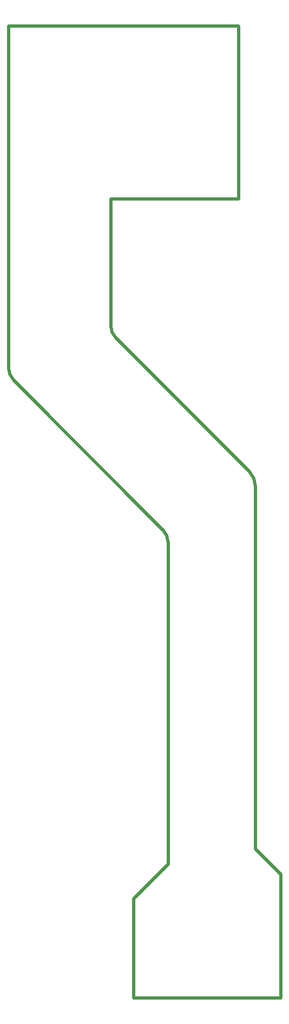
<source format=gko>
G04 Layer_Color=16711935*
%FSAX25Y25*%
%MOIN*%
G70*
G01*
G75*
%ADD39C,0.01969*%
%ADD40C,0.01969*%
D39*
X0851083Y0598169D02*
G03*
X0847547Y0606705I-0012071J0000000D01*
G01*
X0752657Y0706327D02*
G03*
X0756004Y0698248I0011426J0000000D01*
G01*
X0815650Y0732045D02*
G03*
X0818808Y0724420I0010783J0000000D01*
G01*
X0904626Y0633602D02*
G03*
X0901090Y0642138I-0012071J0000000D01*
G01*
X0752657Y0916161D02*
X0894390D01*
Y0809862D02*
Y0916161D01*
X0752657Y0750807D02*
Y0916161D01*
X0815650Y0750807D02*
Y0809862D01*
X0894390D01*
X0851083Y0553957D02*
Y0598169D01*
X0756004Y0698248D02*
X0847547Y0606705D01*
X0815650Y0732045D02*
Y0750807D01*
X0752657Y0706327D02*
Y0750807D01*
X0904626Y0410256D02*
Y0614705D01*
X0851083Y0400807D02*
Y0553957D01*
X0829823Y0318524D02*
X0920374D01*
X0829823D02*
Y0379547D01*
X0851083Y0400807D01*
X0920374Y0318524D02*
Y0394508D01*
X0904626Y0410256D02*
X0920374Y0394508D01*
X0904626Y0614705D02*
Y0633602D01*
X0843799Y0699429D02*
X0843799D01*
X0901090Y0642138D01*
X0818808Y0724420D02*
X0843799Y0699429D01*
D40*
X0752657Y0706327D02*
D03*
M02*

</source>
